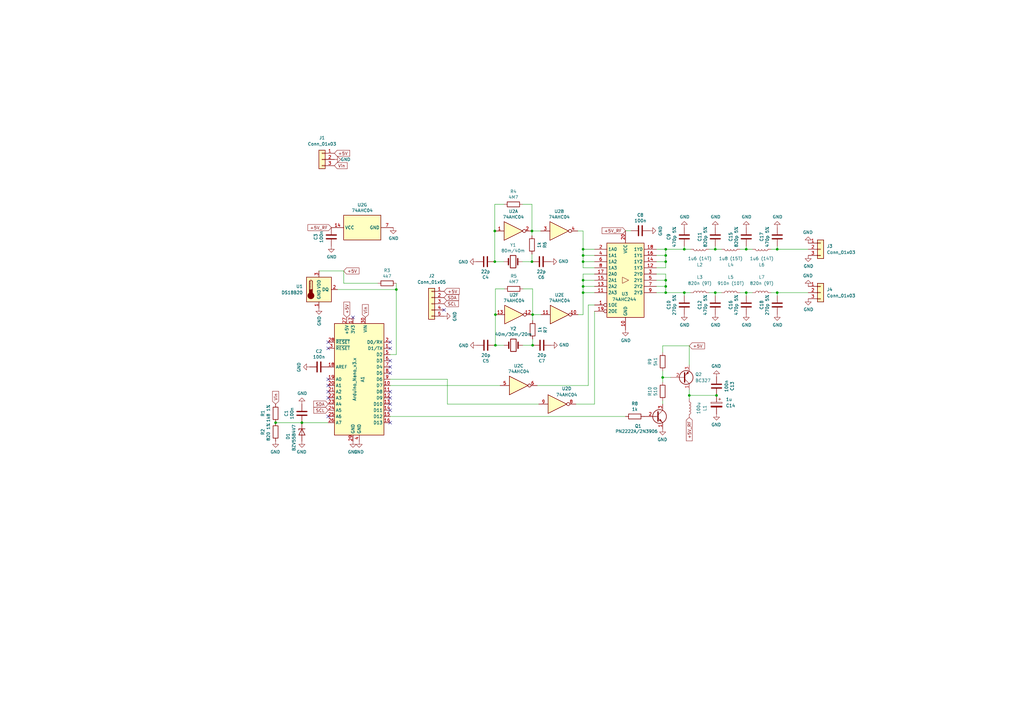
<source format=kicad_sch>
(kicad_sch (version 20230121) (generator eeschema)
  (paper "A3")
  (title_block (title "Маяк телеграфный автономный") (company "R2AKT") (comment 1 "R2AKT.464114.001") (comment 2 "R2AKT"))
  (lib_symbols
    (symbol "74xx:74AHC04"
      (property "Reference" "U" (at 0 1.27 0))
      (property "Value" "74AHC04" (at 0 -1.27 0))
      (symbol "74AHC04_1_0"
        (polyline (pts (xy -3.81 3.81) (xy -3.81 -3.81) (xy 3.81 0) (xy -3.81 3.81)) (stroke (width 0.254)) (fill (type background)))
        (pin input line (at -7.62 0 0) (length 3.81) (name "~") (number "1"))
        (pin output inverted (at 7.62 0 180) (length 3.81) (name "~") (number "2"))
      )
      (symbol "74AHC04_2_0"
        (polyline (pts (xy -3.81 3.81) (xy -3.81 -3.81) (xy 3.81 0) (xy -3.81 3.81)) (stroke (width 0.254)) (fill (type background)))
        (pin input line (at -7.62 0 0) (length 3.81) (name "~") (number "3"))
        (pin output inverted (at 7.62 0 180) (length 3.81) (name "~") (number "4"))
      )
      (symbol "74AHC04_3_0"
        (polyline (pts (xy -3.81 3.81) (xy -3.81 -3.81) (xy 3.81 0) (xy -3.81 3.81)) (stroke (width 0.254)) (fill (type background)))
        (pin input line (at -7.62 0 0) (length 3.81) (name "~") (number "5"))
        (pin output inverted (at 7.62 0 180) (length 3.81) (name "~") (number "6"))
      )
      (symbol "74AHC04_4_0"
        (polyline (pts (xy -3.81 3.81) (xy -3.81 -3.81) (xy 3.81 0) (xy -3.81 3.81)) (stroke (width 0.254)) (fill (type background)))
        (pin output inverted (at 7.62 0 180) (length 3.81) (name "~") (number "8"))
        (pin input line (at -7.62 0 0) (length 3.81) (name "~") (number "9"))
      )
      (symbol "74AHC04_5_0"
        (polyline (pts (xy -3.81 3.81) (xy -3.81 -3.81) (xy 3.81 0) (xy -3.81 3.81)) (stroke (width 0.254)) (fill (type background)))
        (pin output inverted (at 7.62 0 180) (length 3.81) (name "~") (number "10"))
        (pin input line (at -7.62 0 0) (length 3.81) (name "~") (number "11"))
      )
      (symbol "74AHC04_6_0"
        (polyline (pts (xy -3.81 3.81) (xy -3.81 -3.81) (xy 3.81 0) (xy -3.81 3.81)) (stroke (width 0.254)) (fill (type background)))
        (pin output inverted (at 7.62 0 180) (length 3.81) (name "~") (number "12"))
        (pin input line (at -7.62 0 0) (length 3.81) (name "~") (number "13"))
      )
      (symbol "74AHC04_7_0"
        (pin power_in line (at 0 12.7 270) (length 5.08) (name "VCC") (number "14"))
        (pin power_in line (at 0 -12.7 90) (length 5.08) (name "GND") (number "7"))
      )
      (symbol "74AHC04_7_1"
        (rectangle (start -5.08 7.62) (end 5.08 -7.62) (stroke (width 0.254)) (fill (type background)))
      )
    )
    (symbol "74xx:74AHC244"
      (property "Reference" "U" (at -7.62 16.51 0))
      (property "Value" "74AHC244" (at -7.62 -16.51 0))
      (symbol "74AHC244_1_0"
        (polyline (pts (xy 1.27 0) (xy -1.27 1.27) (xy -1.27 -1.27) (xy 1.27 0)) (stroke (width 0.1524)))
        (pin input inverted (at -12.7 -10.16 0) (length 5.08) (name "1OE") (number "1"))
        (pin power_in line (at 0 -20.32 90) (length 5.08) (name "GND") (number "10"))
        (pin input line (at -12.7 -5.08 0) (length 5.08) (name "2A3") (number "11"))
        (pin tri_state line (at 12.7 5.08 180) (length 5.08) (name "1Y3") (number "12"))
        (pin input line (at -12.7 -2.54 0) (length 5.08) (name "2A2") (number "13"))
        (pin tri_state line (at 12.7 7.62 180) (length 5.08) (name "1Y2") (number "14"))
        (pin input line (at -12.7 0 0) (length 5.08) (name "2A1") (number "15"))
        (pin tri_state line (at 12.7 10.16 180) (length 5.08) (name "1Y1") (number "16"))
        (pin input line (at -12.7 2.54 0) (length 5.08) (name "2A0") (number "17"))
        (pin tri_state line (at 12.7 12.7 180) (length 5.08) (name "1Y0") (number "18"))
        (pin input inverted (at -12.7 -12.7 0) (length 5.08) (name "2OE") (number "19"))
        (pin input line (at -12.7 12.7 0) (length 5.08) (name "1A0") (number "2"))
        (pin power_in line (at 0 20.32 270) (length 5.08) (name "VCC") (number "20"))
        (pin tri_state line (at 12.7 2.54 180) (length 5.08) (name "2Y0") (number "3"))
        (pin input line (at -12.7 10.16 0) (length 5.08) (name "1A1") (number "4"))
        (pin tri_state line (at 12.7 0 180) (length 5.08) (name "2Y1") (number "5"))
        (pin input line (at -12.7 7.62 0) (length 5.08) (name "1A2") (number "6"))
        (pin tri_state line (at 12.7 -2.54 180) (length 5.08) (name "2Y2") (number "7"))
        (pin input line (at -12.7 5.08 0) (length 5.08) (name "1A3") (number "8"))
        (pin tri_state line (at 12.7 -5.08 180) (length 5.08) (name "2Y3") (number "9"))
      )
      (symbol "74AHC244_1_1"
        (rectangle (start -7.62 15.24) (end 7.62 -15.24) (stroke (width 0.254)) (fill (type background)))
      )
    )
    (symbol "Connector_Generic:Conn_01x03" (pin_names (offset 1.016) hide)
      (property "Reference" "J" (at 0 5.08 0))
      (property "Value" "Conn_01x03" (at 0 -5.08 0))
      (symbol "Conn_01x03_1_1"
        (rectangle (start -1.27 -2.413) (end 0 -2.667) (stroke (width 0.1524)))
        (rectangle (start -1.27 0.127) (end 0 -0.127) (stroke (width 0.1524)))
        (rectangle (start -1.27 2.667) (end 0 2.413) (stroke (width 0.1524)))
        (rectangle (start -1.27 3.81) (end 1.27 -3.81) (stroke (width 0.254)) (fill (type background)))
        (pin passive line (at -5.08 2.54 0) (length 3.81) (name "Pin_1") (number "1"))
        (pin passive line (at -5.08 0 0) (length 3.81) (name "Pin_2") (number "2"))
        (pin passive line (at -5.08 -2.54 0) (length 3.81) (name "Pin_3") (number "3"))
      )
    )
    (symbol "Connector_Generic:Conn_01x05" (pin_names (offset 1.016) hide)
      (property "Reference" "J" (at 0 7.62 0))
      (property "Value" "Conn_01x05" (at 0 -7.62 0))
      (symbol "Conn_01x05_1_1"
        (rectangle (start -1.27 -4.953) (end 0 -5.207) (stroke (width 0.1524)))
        (rectangle (start -1.27 -2.413) (end 0 -2.667) (stroke (width 0.1524)))
        (rectangle (start -1.27 0.127) (end 0 -0.127) (stroke (width 0.1524)))
        (rectangle (start -1.27 2.667) (end 0 2.413) (stroke (width 0.1524)))
        (rectangle (start -1.27 5.207) (end 0 4.953) (stroke (width 0.1524)))
        (rectangle (start -1.27 6.35) (end 1.27 -6.35) (stroke (width 0.254)) (fill (type background)))
        (pin passive line (at -5.08 5.08 0) (length 3.81) (name "Pin_1") (number "1"))
        (pin passive line (at -5.08 2.54 0) (length 3.81) (name "Pin_2") (number "2"))
        (pin passive line (at -5.08 0 0) (length 3.81) (name "Pin_3") (number "3"))
        (pin passive line (at -5.08 -2.54 0) (length 3.81) (name "Pin_4") (number "4"))
        (pin passive line (at -5.08 -5.08 0) (length 3.81) (name "Pin_5") (number "5"))
      )
    )
    (symbol "Device:C" (pin_numbers hide) (pin_names (offset 0.254))
      (property "Reference" "C" (at 0.635 2.54 0))
      (property "Value" "C" (at 0.635 -2.54 0))
      (symbol "C_0_1"
        (polyline (pts (xy -2.032 -0.762) (xy 2.032 -0.762)) (stroke (width 0.508)))
        (polyline (pts (xy -2.032 0.762) (xy 2.032 0.762)) (stroke (width 0.508)))
      )
      (symbol "C_1_1"
        (pin passive line (at 0 3.81 270) (length 2.794) (name "~") (number "1"))
        (pin passive line (at 0 -3.81 90) (length 2.794) (name "~") (number "2"))
      )
    )
    (symbol "Device:C_Polarized" (pin_numbers hide) (pin_names (offset 0.254))
      (property "Reference" "C" (at 0.635 2.54 0))
      (property "Value" "C_Polarized" (at 0.635 -2.54 0))
      (symbol "C_Polarized_0_1"
        (rectangle (start -2.286 0.508) (end 2.286 1.016))
        (polyline (pts (xy -1.778 2.286) (xy -0.762 2.286)))
        (polyline (pts (xy -1.27 2.794) (xy -1.27 1.778)))
        (rectangle (start 2.286 -0.508) (end -2.286 -1.016) (fill (type outline)))
      )
      (symbol "C_Polarized_1_1"
        (pin passive line (at 0 3.81 270) (length 2.794) (name "~") (number "1"))
        (pin passive line (at 0 -3.81 90) (length 2.794) (name "~") (number "2"))
      )
    )
    (symbol "Device:Crystal" (pin_numbers hide) (pin_names (offset 1.016) hide)
      (property "Reference" "Y" (at 0 3.81 0))
      (property "Value" "Crystal" (at 0 -3.81 0))
      (symbol "Crystal_0_1"
        (rectangle (start -1.143 2.54) (end 1.143 -2.54) (stroke (width 0.3048)))
        (polyline (pts (xy -2.54 0) (xy -1.905 0)))
        (polyline (pts (xy -1.905 -1.27) (xy -1.905 1.27)) (stroke (width 0.508)))
        (polyline (pts (xy 1.905 -1.27) (xy 1.905 1.27)) (stroke (width 0.508)))
        (polyline (pts (xy 2.54 0) (xy 1.905 0)))
      )
      (symbol "Crystal_1_1"
        (pin passive line (at -3.81 0 0) (length 1.27) (name "1") (number "1"))
        (pin passive line (at 3.81 0 180) (length 1.27) (name "2") (number "2"))
      )
    )
    (symbol "Device:L" (pin_numbers hide) (pin_names (offset 1.016) hide)
      (property "Reference" "L" (at -1.27 0 90))
      (property "Value" "L" (at 1.905 0 90))
      (symbol "L_0_1"
        (arc (start 0 -2.54) (mid 0.6323 -1.905) (end 0 -1.27))
        (arc (start 0 -1.27) (mid 0.6323 -0.635) (end 0 0))
        (arc (start 0 0) (mid 0.6323 0.635) (end 0 1.27))
        (arc (start 0 1.27) (mid 0.6323 1.905) (end 0 2.54))
      )
      (symbol "L_1_1"
        (pin passive line (at 0 3.81 270) (length 1.27) (name "1") (number "1"))
        (pin passive line (at 0 -3.81 90) (length 1.27) (name "2") (number "2"))
      )
    )
    (symbol "Device:R" (pin_numbers hide) (pin_names (offset 0))
      (property "Reference" "R" (at 2.032 0 90))
      (property "Value" "R" (at 0 0 90))
      (symbol "R_0_1"
        (rectangle (start -1.016 -2.54) (end 1.016 2.54) (stroke (width 0.254)))
      )
      (symbol "R_1_1"
        (pin passive line (at 0 3.81 270) (length 1.27) (name "~") (number "1"))
        (pin passive line (at 0 -3.81 90) (length 1.27) (name "~") (number "2"))
      )
    )
    (symbol "Diode:BZV55B4V7" (pin_numbers hide) (pin_names hide)
      (property "Reference" "D" (at 0 2.54 0))
      (property "Value" "BZV55B4V7" (at 0 -2.54 0))
      (symbol "BZV55B4V7_0_1"
        (polyline (pts (xy 1.27 0) (xy -1.27 0)))
        (polyline (pts (xy -1.27 -1.27) (xy -1.27 1.27) (xy -0.762 1.27)) (stroke (width 0.254)))
        (polyline (pts (xy 1.27 -1.27) (xy 1.27 1.27) (xy -1.27 0) (xy 1.27 -1.27)) (stroke (width 0.254)))
      )
      (symbol "BZV55B4V7_1_1"
        (pin passive line (at -3.81 0 0) (length 2.54) (name "K") (number "1"))
        (pin passive line (at 3.81 0 180) (length 2.54) (name "A") (number "2"))
      )
    )
    (symbol "MCU_Module:Arduino_Nano_v3.x"
      (property "Reference" "A" (at -10.16 23.495 0))
      (property "Value" "Arduino_Nano_v3.x" (at 5.08 -24.13 0))
      (symbol "Arduino_Nano_v3.x_0_1"
        (rectangle (start -10.16 22.86) (end 10.16 -22.86) (stroke (width 0.254)) (fill (type background)))
      )
      (symbol "Arduino_Nano_v3.x_1_1"
        (pin bidirectional line (at -12.7 12.7 0) (length 2.54) (name "D1/TX") (number "1"))
        (pin bidirectional line (at -12.7 -2.54 0) (length 2.54) (name "D7") (number "10"))
        (pin bidirectional line (at -12.7 -5.08 0) (length 2.54) (name "D8") (number "11"))
        (pin bidirectional line (at -12.7 -7.62 0) (length 2.54) (name "D9") (number "12"))
        (pin bidirectional line (at -12.7 -10.16 0) (length 2.54) (name "D10") (number "13"))
        (pin bidirectional line (at -12.7 -12.7 0) (length 2.54) (name "D11") (number "14"))
        (pin bidirectional line (at -12.7 -15.24 0) (length 2.54) (name "D12") (number "15"))
        (pin bidirectional line (at -12.7 -17.78 0) (length 2.54) (name "D13") (number "16"))
        (pin power_out line (at 2.54 25.4 270) (length 2.54) (name "3V3") (number "17"))
        (pin input line (at 12.7 5.08 180) (length 2.54) (name "AREF") (number "18"))
        (pin bidirectional line (at 12.7 0 180) (length 2.54) (name "A0") (number "19"))
        (pin bidirectional line (at -12.7 15.24 0) (length 2.54) (name "D0/RX") (number "2"))
        (pin bidirectional line (at 12.7 -2.54 180) (length 2.54) (name "A1") (number "20"))
        (pin bidirectional line (at 12.7 -5.08 180) (length 2.54) (name "A2") (number "21"))
        (pin bidirectional line (at 12.7 -7.62 180) (length 2.54) (name "A3") (number "22"))
        (pin bidirectional line (at 12.7 -10.16 180) (length 2.54) (name "A4") (number "23"))
        (pin bidirectional line (at 12.7 -12.7 180) (length 2.54) (name "A5") (number "24"))
        (pin bidirectional line (at 12.7 -15.24 180) (length 2.54) (name "A6") (number "25"))
        (pin bidirectional line (at 12.7 -17.78 180) (length 2.54) (name "A7") (number "26"))
        (pin power_out line (at 5.08 25.4 270) (length 2.54) (name "+5V") (number "27"))
        (pin input line (at 12.7 15.24 180) (length 2.54) (name "~{RESET}") (number "28"))
        (pin power_in line (at 2.54 -25.4 90) (length 2.54) (name "GND") (number "29"))
        (pin input line (at 12.7 12.7 180) (length 2.54) (name "~{RESET}") (number "3"))
        (pin power_in line (at -2.54 25.4 270) (length 2.54) (name "VIN") (number "30"))
        (pin power_in line (at 0 -25.4 90) (length 2.54) (name "GND") (number "4"))
        (pin bidirectional line (at -12.7 10.16 0) (length 2.54) (name "D2") (number "5"))
        (pin bidirectional line (at -12.7 7.62 0) (length 2.54) (name "D3") (number "6"))
        (pin bidirectional line (at -12.7 5.08 0) (length 2.54) (name "D4") (number "7"))
        (pin bidirectional line (at -12.7 2.54 0) (length 2.54) (name "D5") (number "8"))
        (pin bidirectional line (at -12.7 0 0) (length 2.54) (name "D6") (number "9"))
      )
    )
    (symbol "Sensor_Temperature:DS18B20" (pin_names (offset 1.016))
      (property "Reference" "U" (at -3.81 6.35 0))
      (property "Value" "DS18B20" (at 6.35 6.35 0))
      (symbol "DS18B20_0_1"
        (rectangle (start -5.08 5.08) (end 5.08 -5.08) (stroke (width 0.254)) (fill (type background)))
        (circle (center -3.302 -2.54) (radius 1.27) (stroke (width 0.254)) (fill (type outline)))
        (rectangle (start -2.667 -1.905) (end -3.937 0) (stroke (width 0.254)) (fill (type outline)))
        (arc (start -2.667 3.175) (mid -3.302 3.8073) (end -3.937 3.175) (stroke (width 0.254)))
        (polyline (pts (xy -3.937 0.635) (xy -3.302 0.635)) (stroke (width 0.254)))
        (polyline (pts (xy -3.937 1.27) (xy -3.302 1.27)) (stroke (width 0.254)))
        (polyline (pts (xy -3.937 1.905) (xy -3.302 1.905)) (stroke (width 0.254)))
        (polyline (pts (xy -3.937 2.54) (xy -3.302 2.54)) (stroke (width 0.254)))
        (polyline (pts (xy -3.937 3.175) (xy -3.937 0)) (stroke (width 0.254)))
        (polyline (pts (xy -3.937 3.175) (xy -3.302 3.175)) (stroke (width 0.254)))
        (polyline (pts (xy -2.667 3.175) (xy -2.667 0)) (stroke (width 0.254)))
      )
      (symbol "DS18B20_1_1"
        (pin power_in line (at 0 -7.62 90) (length 2.54) (name "GND") (number "1"))
        (pin bidirectional line (at 7.62 0 180) (length 2.54) (name "DQ") (number "2"))
        (pin power_in line (at 0 7.62 270) (length 2.54) (name "VDD") (number "3"))
      )
    )
    (symbol "Transistor_BJT:BC327" (pin_names (offset 0) hide)
      (property "Reference" "Q" (at 5.08 1.905 0))
      (property "Value" "BC327" (at 5.08 0 0))
      (symbol "BC327_0_1"
        (polyline (pts (xy 0.635 0.635) (xy 2.54 2.54)))
        (polyline (pts (xy 0.635 -0.635) (xy 2.54 -2.54) (xy 2.54 -2.54)))
        (polyline (pts (xy 0.635 1.905) (xy 0.635 -1.905) (xy 0.635 -1.905)) (stroke (width 0.508)))
        (polyline (pts (xy 2.286 -1.778) (xy 1.778 -2.286) (xy 1.27 -1.27) (xy 2.286 -1.778) (xy 2.286 -1.778)) (fill (type outline)))
        (circle (center 1.27 0) (radius 2.8194) (stroke (width 0.254)))
      )
      (symbol "BC327_1_1"
        (pin passive line (at 2.54 5.08 270) (length 2.54) (name "C") (number "1"))
        (pin input line (at -5.08 0 0) (length 5.715) (name "B") (number "2"))
        (pin passive line (at 2.54 -5.08 90) (length 2.54) (name "E") (number "3"))
      )
    )
    (symbol "Transistor_BJT:PN2222A" (pin_names (offset 0) hide)
      (property "Reference" "Q" (at 5.08 1.905 0))
      (property "Value" "PN2222A" (at 5.08 0 0))
      (symbol "PN2222A_0_1"
        (polyline (pts (xy 0 0) (xy 0.635 0)))
        (polyline (pts (xy 2.54 -2.54) (xy 0.635 -0.635)))
        (polyline (pts (xy 2.54 2.54) (xy 0.635 0.635)))
        (polyline (pts (xy 0.635 1.905) (xy 0.635 -1.905) (xy 0.635 -1.905)) (stroke (width 0.508)))
        (polyline (pts (xy 2.413 -2.413) (xy 1.905 -1.905) (xy 1.905 -1.905)))
        (polyline (pts (xy 1.143 -1.651) (xy 1.651 -1.143) (xy 2.159 -2.159) (xy 1.143 -1.651) (xy 1.143 -1.651)) (fill (type outline)))
        (circle (center 1.27 0) (radius 2.8194) (stroke (width 0.254)))
      )
      (symbol "PN2222A_1_1"
        (pin passive line (at 2.54 -5.08 90) (length 2.54) (name "E") (number "1"))
        (pin input line (at -5.08 0 0) (length 5.08) (name "B") (number "2"))
        (pin passive line (at 2.54 5.08 270) (length 2.54) (name "C") (number "3"))
      )
    )
    (symbol "power:GND" (power) (pin_names (offset 0))
      (property "Value" "GND" (at 0 -3.81 0))
      (symbol "GND_0_1"
        (polyline (pts (xy 0 0) (xy 0 -1.27) (xy 1.27 -1.27) (xy 0 -2.54) (xy -1.27 -1.27) (xy 0 -1.27)))
      )
      (symbol "GND_1_1"
        (pin power_in line (at 0 0 270) (length 0) hide (name "GND") (number "1"))
      )
    )
  )
  (junction (at 318.77 120.015))
  (junction (at 280.67 120.015))
  (junction (at 273.05 117.475))
  (junction (at 273.05 104.775))
  (junction (at 273.05 102.235))
  (junction (at 318.77 102.235))
  (junction (at 203.2 129.032))
  (junction (at 218.186 107.315))
  (junction (at 218.44 141.605))
  (junction (at 306.07 120.015))
  (junction (at 273.05 114.935))
  (junction (at 282.702 162.179))
  (junction (at 203.2 141.605))
  (junction (at 271.78 154.813))
  (junction (at 273.05 120.015))
  (junction (at 273.05 107.315))
  (junction (at 280.67 102.235))
  (junction (at 218.186 94.742))
  (junction (at 239.141 120.015))
  (junction (at 239.141 102.235))
  (junction (at 239.141 104.775))
  (junction (at 306.07 102.235))
  (junction (at 162.56 118.745))
  (junction (at 123.825 173.355))
  (junction (at 293.37 120.015))
  (junction (at 202.946 107.315))
  (junction (at 239.141 117.475))
  (junction (at 218.44 129.032))
  (junction (at 293.878 162.179))
  (junction (at 239.141 114.935))
  (junction (at 293.37 102.235))
  (junction (at 239.141 107.315))
  (junction (at 113.03 173.355))
  (junction (at 202.946 94.742))
  (no_connect (at 134.62 155.575))
  (no_connect (at 160.02 160.655))
  (no_connect (at 160.02 163.195))
  (no_connect (at 160.02 165.735))
  (no_connect (at 160.02 168.275))
  (no_connect (at 160.02 173.355))
  (no_connect (at 134.62 142.875))
  (no_connect (at 134.62 158.115))
  (no_connect (at 134.62 160.655))
  (no_connect (at 134.62 163.195))
  (no_connect (at 134.62 170.815))
  (no_connect (at 134.62 140.335))
  (no_connect (at 160.02 140.335))
  (no_connect (at 160.02 142.875))
  (no_connect (at 160.02 147.955))
  (no_connect (at 160.02 150.495))
  (no_connect (at 160.02 153.035))
  (no_connect (at 144.78 130.175))
  (no_connect (at 182.118 127.127))
  (wire (pts (xy 236.22 165.735) (xy 243.84 165.735)))
  (wire (pts (xy 239.141 104.775) (xy 239.141 107.315)))
  (wire (pts (xy 273.05 102.235) (xy 280.67 102.235)))
  (wire (pts (xy 160.02 170.815) (xy 256.54 170.815)))
  (wire (pts (xy 318.77 102.235) (xy 331.47 102.235)))
  (wire (pts (xy 275.082 154.813) (xy 271.78 154.813)))
  (wire (pts (xy 303.53 102.235) (xy 306.07 102.235)))
  (wire (pts (xy 273.05 107.315) (xy 273.05 109.855)))
  (wire (pts (xy 303.53 120.015) (xy 306.07 120.015)))
  (wire (pts (xy 243.84 104.775) (xy 239.141 104.775)))
  (wire (pts (xy 239.141 102.235) (xy 239.141 104.775)))
  (wire (pts (xy 218.186 104.267) (xy 218.186 107.315)))
  (wire (pts (xy 243.84 112.395) (xy 239.141 112.395)))
  (wire (pts (xy 316.23 120.015) (xy 318.77 120.015)))
  (wire (pts (xy 273.05 102.235) (xy 273.05 104.775)))
  (wire (pts (xy 239.141 117.475) (xy 239.141 120.015)))
  (wire (pts (xy 273.05 120.015) (xy 269.24 120.015)))
  (wire (pts (xy 203.2 129.032) (xy 203.2 118.491)))
  (wire (pts (xy 282.702 159.893) (xy 282.702 162.179)))
  (wire (pts (xy 140.97 116.205) (xy 154.94 116.205)))
  (wire (pts (xy 202.946 83.82) (xy 202.946 94.742)))
  (wire (pts (xy 269.24 114.935) (xy 273.05 114.935)))
  (wire (pts (xy 239.141 94.742) (xy 239.141 102.235)))
  (wire (pts (xy 239.141 107.315) (xy 239.141 109.855)))
  (wire (pts (xy 130.81 111.125) (xy 140.97 111.125)))
  (wire (pts (xy 306.07 120.015) (xy 308.61 120.015)))
  (wire (pts (xy 243.84 107.315) (xy 239.141 107.315)))
  (wire (pts (xy 218.186 94.742) (xy 218.186 96.647)))
  (wire (pts (xy 243.84 102.235) (xy 239.141 102.235)))
  (wire (pts (xy 293.37 102.235) (xy 295.91 102.235)))
  (wire (pts (xy 273.05 120.015) (xy 280.67 120.015)))
  (wire (pts (xy 123.825 173.355) (xy 134.62 173.355)))
  (wire (pts (xy 269.24 112.395) (xy 273.05 112.395)))
  (wire (pts (xy 113.03 173.355) (xy 123.825 173.355)))
  (wire (pts (xy 239.141 114.935) (xy 239.141 117.475)))
  (wire (pts (xy 293.37 120.015) (xy 295.91 120.015)))
  (wire (pts (xy 269.24 117.475) (xy 273.05 117.475)))
  (wire (pts (xy 306.07 120.015) (xy 306.07 121.285)))
  (wire (pts (xy 243.84 125.095) (xy 241.3 125.095)))
  (wire (pts (xy 202.946 94.742) (xy 202.946 107.315)))
  (wire (pts (xy 282.702 162.179) (xy 282.702 163.576)))
  (wire (pts (xy 269.24 104.775) (xy 273.05 104.775)))
  (wire (pts (xy 316.23 102.235) (xy 318.77 102.235)))
  (wire (pts (xy 290.83 120.015) (xy 293.37 120.015)))
  (wire (pts (xy 160.02 158.115) (xy 205.105 158.115)))
  (wire (pts (xy 280.67 121.285) (xy 280.67 120.015)))
  (wire (pts (xy 282.702 162.179) (xy 293.878 162.179)))
  (wire (pts (xy 214.249 107.315) (xy 218.186 107.315)))
  (wire (pts (xy 236.982 94.742) (xy 239.141 94.742)))
  (wire (pts (xy 218.44 129.032) (xy 218.44 131.445)))
  (wire (pts (xy 271.78 141.859) (xy 282.702 141.859)))
  (wire (pts (xy 243.84 117.475) (xy 239.141 117.475)))
  (wire (pts (xy 218.44 118.491) (xy 218.44 129.032)))
  (wire (pts (xy 214.376 141.605) (xy 218.44 141.605)))
  (wire (pts (xy 271.78 152.146) (xy 271.78 154.813)))
  (wire (pts (xy 203.2 129.032) (xy 203.2 141.605)))
  (wire (pts (xy 140.97 111.125) (xy 140.97 116.205)))
  (wire (pts (xy 160.02 155.575) (xy 183.515 155.575)))
  (wire (pts (xy 290.83 102.235) (xy 293.37 102.235)))
  (wire (pts (xy 243.84 114.935) (xy 239.141 114.935)))
  (wire (pts (xy 214.376 83.82) (xy 218.186 83.82)))
  (wire (pts (xy 203.2 141.605) (xy 203.073 141.605)))
  (wire (pts (xy 218.186 94.742) (xy 221.742 94.742)))
  (wire (pts (xy 218.186 83.82) (xy 218.186 94.742)))
  (wire (pts (xy 214.503 118.491) (xy 218.44 118.491)))
  (wire (pts (xy 280.67 102.235) (xy 283.21 102.235)))
  (wire (pts (xy 271.78 154.813) (xy 271.78 156.718)))
  (wire (pts (xy 273.05 117.475) (xy 273.05 120.015)))
  (wire (pts (xy 218.44 139.065) (xy 218.44 141.605)))
  (wire (pts (xy 282.702 149.733) (xy 282.702 141.859)))
  (wire (pts (xy 183.515 155.575) (xy 183.515 165.735)))
  (wire (pts (xy 160.02 145.415) (xy 162.56 145.415)))
  (wire (pts (xy 241.3 125.095) (xy 241.3 158.115)))
  (wire (pts (xy 306.07 102.235) (xy 306.07 100.965)))
  (wire (pts (xy 271.78 164.338) (xy 271.78 165.735)))
  (wire (pts (xy 206.756 83.82) (xy 202.946 83.82)))
  (wire (pts (xy 220.98 165.735) (xy 183.515 165.735)))
  (wire (pts (xy 273.05 114.935) (xy 273.05 117.475)))
  (wire (pts (xy 138.43 118.745) (xy 162.56 118.745)))
  (wire (pts (xy 318.77 120.015) (xy 318.77 121.285)))
  (wire (pts (xy 206.756 141.605) (xy 203.2 141.605)))
  (wire (pts (xy 293.37 102.235) (xy 293.37 100.965)))
  (wire (pts (xy 243.84 165.735) (xy 243.84 127.635)))
  (wire (pts (xy 218.44 129.032) (xy 221.869 129.032)))
  (wire (pts (xy 220.345 158.115) (xy 241.3 158.115)))
  (wire (pts (xy 318.77 102.235) (xy 318.77 100.965)))
  (wire (pts (xy 271.78 144.526) (xy 271.78 141.859)))
  (wire (pts (xy 318.77 120.015) (xy 331.47 120.015)))
  (wire (pts (xy 269.24 102.235) (xy 273.05 102.235)))
  (wire (pts (xy 162.56 116.205) (xy 162.56 118.745)))
  (wire (pts (xy 273.05 112.395) (xy 273.05 114.935)))
  (wire (pts (xy 258.826 94.615) (xy 256.54 94.615)))
  (wire (pts (xy 237.109 129.032) (xy 239.141 129.032)))
  (wire (pts (xy 239.141 120.015) (xy 243.84 120.015)))
  (wire (pts (xy 239.141 112.395) (xy 239.141 114.935)))
  (wire (pts (xy 273.05 104.775) (xy 273.05 107.315)))
  (wire (pts (xy 273.05 109.855) (xy 269.24 109.855)))
  (wire (pts (xy 269.24 107.315) (xy 273.05 107.315)))
  (wire (pts (xy 280.67 100.965) (xy 280.67 102.235)))
  (wire (pts (xy 239.141 109.855) (xy 243.84 109.855)))
  (wire (pts (xy 293.37 120.015) (xy 293.37 121.285)))
  (wire (pts (xy 239.141 129.032) (xy 239.141 120.015)))
  (wire (pts (xy 206.883 118.491) (xy 203.2 118.491)))
  (wire (pts (xy 280.67 120.015) (xy 283.21 120.015)))
  (wire (pts (xy 202.946 107.315) (xy 206.629 107.315)))
  (wire (pts (xy 306.07 102.235) (xy 308.61 102.235)))
  (wire (pts (xy 162.56 118.745) (xy 162.56 145.415)))
  (global_label "+5V_RF" (shape input) (at 135.89 93.345 180) (property "Intersheetrefs" "${INTERSHEET_REFS}" (effects hide)))
  (global_label "SDA" (shape input) (at 182.118 122.047 0) (property "Intersheetrefs" "${INTERSHEET_REFS}" (effects hide)))
  (global_label "+5V_RF" (shape input) (at 282.702 171.196 270) (property "Intersheetrefs" "${INTERSHEET_REFS}" (effects hide)))
  (global_label "SDA" (shape input) (at 134.62 165.735 180) (property "Intersheetrefs" "${INTERSHEET_REFS}" (effects hide)))
  (global_label "Vin" (shape input) (at 137.16 67.945 0) (property "Intersheetrefs" "${INTERSHEET_REFS}" (effects hide)))
  (global_label "+5V" (shape input) (at 182.118 119.507 0) (property "Intersheetrefs" "${INTERSHEET_REFS}" (effects hide)))
  (global_label "+5V" (shape input) (at 140.97 111.125 0) (property "Intersheetrefs" "${INTERSHEET_REFS}" (effects hide)))
  (global_label "+5V_RF" (shape input) (at 256.54 94.615 180) (property "Intersheetrefs" "${INTERSHEET_REFS}" (effects hide)))
  (global_label "SCL" (shape input) (at 182.118 124.587 0) (property "Intersheetrefs" "${INTERSHEET_REFS}" (effects hide)))
  (global_label "+5V" (shape input) (at 142.24 130.175 90) (property "Intersheetrefs" "${INTERSHEET_REFS}" (effects hide)))
  (global_label "+5V" (shape input) (at 137.16 62.865 0) (property "Intersheetrefs" "${INTERSHEET_REFS}" (effects hide)))
  (global_label "Vin" (shape input) (at 149.86 130.175 90) (property "Intersheetrefs" "${INTERSHEET_REFS}" (effects hide)))
  (global_label "Vin" (shape input) (at 113.03 165.735 90) (property "Intersheetrefs" "${INTERSHEET_REFS}" (effects hide)))
  (global_label "SCL" (shape input) (at 134.62 168.275 180) (property "Intersheetrefs" "${INTERSHEET_REFS}" (effects hide)))
  (global_label "+5V" (shape input) (at 282.702 141.859 0) (property "Intersheetrefs" "${INTERSHEET_REFS}" (effects hide)))
  (symbol (lib_id "74xx:74AHC04") (at 210.566 94.742 0) (unit 1)
    (property "Reference" "U2" (at 210.566 86.6902 0))
    (property "Value" "74AHC04" (at 210.566 89.0016 0))
    (property "Footprint" "Package_SO:SOIC-14_3.9x8.7mm_P1.27mm" (effects hide))
    (property "Datasheet" "https://assets.nexperia.com/documents/data-sheet/74AHC_AHCT04.pdf" (effects hide))
  )
  (symbol (lib_id "74xx:74AHC04") (at 229.362 94.742 0) (unit 2)
    (property "Reference" "U2" (at 229.362 86.6902 0))
    (property "Value" "74AHC04" (at 229.362 89.0016 0))
    (property "Footprint" "Package_SO:SOIC-14_3.9x8.7mm_P1.27mm" (effects hide))
    (property "Datasheet" "https://assets.nexperia.com/documents/data-sheet/74AHC_AHCT04.pdf" (effects hide))
  )
  (symbol (lib_id "74xx:74AHC04") (at 212.725 158.115 0) (unit 3)
    (property "Reference" "U2" (at 212.725 150.0632 0))
    (property "Value" "74AHC04" (at 212.725 152.3746 0))
    (property "Footprint" "Package_SO:SOIC-14_3.9x8.7mm_P1.27mm" (effects hide))
    (property "Datasheet" "https://assets.nexperia.com/documents/data-sheet/74AHC_AHCT04.pdf" (effects hide))
  )
  (symbol (lib_id "74xx:74AHC04") (at 228.6 165.735 0) (unit 4)
    (property "Reference" "U2" (at 232.41 159.385 0))
    (property "Value" "74AHC04" (at 232.41 161.925 0))
    (property "Footprint" "Package_SO:SOIC-14_3.9x8.7mm_P1.27mm" (effects hide))
    (property "Datasheet" "https://assets.nexperia.com/documents/data-sheet/74AHC_AHCT04.pdf" (effects hide))
  )
  (symbol (lib_id "74xx:74AHC244") (at 256.54 114.935 0) (unit 1)
    (property "Reference" "U3" (at 256.286 120.523 0))
    (property "Value" "74AHC244" (at 256.032 122.809 0))
    (property "Footprint" "Package_SO:SO-20_12.8x7.5mm_P1.27mm" (effects hide))
    (property "Datasheet" "https://assets.nexperia.com/documents/data-sheet/74AHC_AHCT244.pdf" (effects hide))
  )
  (symbol (lib_id "power:GND") (at 256.54 135.255 0) (unit 1)
    (property "Reference" "#PWR016" (effects hide))
    (property "Value" "GND" (at 256.667 139.6492 0))
  )
  (symbol (lib_id "MCU_Module:Arduino_Nano_v3.x") (at 147.32 155.575 0) (mirror y) (unit 1)
    (property "Reference" "A1" (at 148.717 155.575 90))
    (property "Value" "Arduino_Nano_v3.x" (at 145.415 155.575 90))
    (property "Footprint" "Module:Arduino_Nano" (effects hide))
    (property "Datasheet" "http://www.mouser.com/pdfdocs/Gravitech_Arduino_Nano3_0.pdf" (effects hide))
  )
  (symbol (lib_id "power:GND") (at 147.32 180.975 0) (mirror y) (unit 1)
    (property "Reference" "#PWR09" (effects hide))
    (property "Value" "GND" (at 147.193 185.3692 0))
  )
  (symbol (lib_id "power:GND") (at 144.78 180.975 0) (mirror y) (unit 1)
    (property "Reference" "#PWR08" (effects hide))
    (property "Value" "GND" (at 144.653 185.3692 0))
  )
  (symbol (lib_id "Device:Crystal") (at 210.566 141.605 0) (mirror x) (unit 1)
    (property "Reference" "Y2" (at 210.566 134.7978 0))
    (property "Value" "40m/30m/20m" (at 210.566 137.1092 0))
    (property "Footprint" "Crystal:Crystal_HC49-U_Vertical" (effects hide))
  )
  (symbol (lib_id "Device:R") (at 210.566 83.82 270) (unit 1)
    (property "Reference" "R4" (at 210.566 78.5622 90))
    (property "Value" "4M7" (at 210.566 80.8736 90))
    (property "Footprint" "Resistor_SMD:R_0805_2012Metric_Pad1.20x1.40mm_HandSolder" (effects hide))
  )
  (symbol (lib_id "Device:Crystal") (at 210.439 107.315 0) (mirror x) (unit 1)
    (property "Reference" "Y1" (at 210.439 100.5078 0))
    (property "Value" "80m/40m" (at 210.439 102.8192 0))
    (property "Footprint" "Crystal:Crystal_HC49-U_Vertical" (effects hide))
  )
  (symbol (lib_id "power:GND") (at 195.326 107.315 270) (unit 1)
    (property "Reference" "#PWR012" (effects hide))
    (property "Value" "GND" (at 192.0748 107.442 90) (effects (justify right)))
  )
  (symbol (lib_id "power:GND") (at 195.453 141.605 270) (unit 1)
    (property "Reference" "#PWR013" (effects hide))
    (property "Value" "GND" (at 192.2018 141.732 90) (effects (justify right)))
  )
  (symbol (lib_id "power:GND") (at 226.06 141.605 90) (unit 1)
    (property "Reference" "#PWR015" (effects hide))
    (property "Value" "GND" (at 229.3112 141.478 90) (effects (justify right)))
  )
  (symbol (lib_id "power:GND") (at 225.806 107.315 90) (unit 1)
    (property "Reference" "#PWR014" (effects hide))
    (property "Value" "GND" (at 229.0572 107.188 90) (effects (justify right)))
  )
  (symbol (lib_id "Device:C") (at 222.25 141.605 90) (unit 1)
    (property "Reference" "C7" (at 222.25 148.0058 90))
    (property "Value" "20p" (at 222.25 145.6944 90))
    (property "Footprint" "Capacitor_SMD:C_0805_2012Metric_Pad1.18x1.45mm_HandSolder" (effects hide))
  )
  (symbol (lib_id "Device:C") (at 199.263 141.605 90) (unit 1)
    (property "Reference" "C5" (at 199.263 148.0058 90))
    (property "Value" "20p" (at 199.263 145.6944 90))
    (property "Footprint" "Capacitor_SMD:C_0805_2012Metric_Pad1.18x1.45mm_HandSolder" (effects hide))
  )
  (symbol (lib_id "Device:C") (at 199.136 107.315 90) (unit 1)
    (property "Reference" "C4" (at 199.136 113.7158 90))
    (property "Value" "22p" (at 199.136 111.4044 90))
    (property "Footprint" "Capacitor_SMD:C_0805_2012Metric_Pad1.18x1.45mm_HandSolder" (effects hide))
  )
  (symbol (lib_id "Device:C") (at 221.996 107.315 90) (unit 1)
    (property "Reference" "C6" (at 221.996 113.7158 90))
    (property "Value" "22p" (at 221.996 111.4044 90))
    (property "Footprint" "Capacitor_SMD:C_0805_2012Metric_Pad1.18x1.45mm_HandSolder" (effects hide))
  )
  (symbol (lib_id "Device:R") (at 210.693 118.491 270) (unit 1)
    (property "Reference" "R5" (at 210.693 113.2332 90))
    (property "Value" "4M7" (at 210.693 115.5446 90))
    (property "Footprint" "Resistor_SMD:R_0805_2012Metric_Pad1.20x1.40mm_HandSolder" (effects hide))
  )
  (symbol (lib_id "74xx:74AHC04") (at 148.59 93.345 90) (mirror x) (unit 7)
    (property "Reference" "U2" (at 148.59 84.0232 90))
    (property "Value" "74AHC04" (at 148.59 86.3346 90))
    (property "Footprint" "Package_SO:SOIC-14_3.9x8.7mm_P1.27mm" (effects hide))
    (property "Datasheet" "https://assets.nexperia.com/documents/data-sheet/74AHC_AHCT04.pdf" (effects hide))
  )
  (symbol (lib_id "power:GND") (at 161.29 93.345 0) (unit 1)
    (property "Reference" "#PWR010" (effects hide))
    (property "Value" "GND" (at 161.417 97.7392 0))
  )
  (symbol (lib_id "74xx:74AHC04") (at 229.489 129.032 0) (unit 5)
    (property "Reference" "U2" (at 229.489 120.9802 0))
    (property "Value" "74AHC04" (at 229.489 123.2916 0))
    (property "Footprint" "Package_SO:SOIC-14_3.9x8.7mm_P1.27mm" (effects hide))
    (property "Datasheet" "https://assets.nexperia.com/documents/data-sheet/74AHC_AHCT04.pdf" (effects hide))
  )
  (symbol (lib_id "74xx:74AHC04") (at 210.82 129.032 0) (unit 6)
    (property "Reference" "U2" (at 210.82 120.9802 0))
    (property "Value" "74AHC04" (at 210.82 123.2916 0))
    (property "Footprint" "Package_SO:SOIC-14_3.9x8.7mm_P1.27mm" (effects hide))
    (property "Datasheet" "https://assets.nexperia.com/documents/data-sheet/74AHC_AHCT04.pdf" (effects hide))
  )
  (symbol (lib_id "Device:R") (at 113.03 177.165 0) (unit 1)
    (property "Reference" "R2" (at 107.7722 177.165 90))
    (property "Value" "820 1%" (at 110.0836 177.165 90))
    (property "Footprint" "Resistor_SMD:R_0805_2012Metric_Pad1.20x1.40mm_HandSolder" (effects hide))
  )
  (symbol (lib_id "Device:L") (at 287.02 102.235 90) (mirror x) (unit 1)
    (property "Reference" "L2" (at 287.02 108.585 90))
    (property "Value" "1u6 (14T)" (at 287.02 106.045 90))
    (property "Footprint" "Library:TNT_Variable_Induction_7x7" (effects hide))
  )
  (symbol (lib_id "Device:C") (at 318.77 97.155 0) (unit 1)
    (property "Reference" "C17" (at 312.3692 97.155 90))
    (property "Value" "470p 5%" (at 314.6806 97.155 90))
    (property "Footprint" "Capacitor_SMD:C_0805_2012Metric_Pad1.18x1.45mm_HandSolder" (effects hide))
  )
  (symbol (lib_id "Device:C") (at 293.37 125.095 0) (mirror x) (unit 1)
    (property "Reference" "C12" (at 286.9692 125.095 90))
    (property "Value" "470p 5%" (at 289.2806 125.095 90))
    (property "Footprint" "Capacitor_SMD:C_0805_2012Metric_Pad1.18x1.45mm_HandSolder" (effects hide))
  )
  (symbol (lib_id "Device:C_Polarized") (at 293.878 165.989 0) (mirror y) (unit 1)
    (property "Reference" "C14" (at 297.688 166.3701 0) (effects (justify right)))
    (property "Value" "1u" (at 297.688 163.8301 0) (effects (justify right)))
    (property "Footprint" "Capacitor_THT:CP_Radial_D6.3mm_P2.50mm" (effects hide))
  )
  (symbol (lib_id "power:GND") (at 135.89 100.965 0) (unit 1)
    (property "Reference" "#PWR06" (effects hide))
    (property "Value" "GND" (at 136.017 105.3592 0))
  )
  (symbol (lib_id "Device:C") (at 318.77 125.095 0) (mirror x) (unit 1)
    (property "Reference" "C18" (at 312.3692 125.095 90))
    (property "Value" "270p 5%" (at 314.6806 125.095 90))
    (property "Footprint" "Capacitor_SMD:C_0805_2012Metric_Pad1.18x1.45mm_HandSolder" (effects hide))
  )
  (symbol (lib_id "Device:R") (at 113.03 169.545 0) (unit 1)
    (property "Reference" "R1" (at 107.7722 169.545 90))
    (property "Value" "1k8 1%" (at 110.0836 169.545 90))
    (property "Footprint" "Resistor_SMD:R_0805_2012Metric_Pad1.20x1.40mm_HandSolder" (effects hide))
  )
  (symbol (lib_id "power:GND") (at 130.81 126.365 0) (unit 1)
    (property "Reference" "#PWR05" (effects hide))
    (property "Value" "GND" (at 130.937 129.6162 90) (effects (justify right)))
  )
  (symbol (lib_id "Device:C") (at 280.67 97.155 0) (unit 1)
    (property "Reference" "C9" (at 274.2692 97.155 90))
    (property "Value" "470p 5%" (at 276.5806 97.155 90))
    (property "Footprint" "Capacitor_SMD:C_0805_2012Metric_Pad1.18x1.45mm_HandSolder" (effects hide))
  )
  (symbol (lib_id "Device:C") (at 280.67 125.095 0) (mirror x) (unit 1)
    (property "Reference" "C10" (at 274.2692 125.095 90))
    (property "Value" "270p 5%" (at 276.5806 125.095 90))
    (property "Footprint" "Capacitor_SMD:C_0805_2012Metric_Pad1.18x1.45mm_HandSolder" (effects hide))
  )
  (symbol (lib_id "power:GND") (at 293.878 169.799 0) (mirror y) (unit 1)
    (property "Reference" "#PWR024" (effects hide))
    (property "Value" "GND" (at 293.751 174.1932 0))
  )
  (symbol (lib_id "power:GND") (at 123.825 165.735 0) (mirror x) (unit 1)
    (property "Reference" "#PWR02" (effects hide))
    (property "Value" "GND" (at 123.952 161.3408 0))
  )
  (symbol (lib_id "power:GND") (at 137.16 65.405 90) (unit 1)
    (property "Reference" "#PWR07" (effects hide))
    (property "Value" "GND" (at 141.732 65.405 90))
  )
  (symbol (lib_id "Sensor_Temperature:DS18B20") (at 130.81 118.745 0) (unit 1)
    (property "Reference" "U1" (at 124.206 117.4749 0) (effects (justify right)))
    (property "Value" "DS18B20" (at 124.206 120.0149 0) (effects (justify right)))
    (property "Footprint" "Package_TO_SOT_THT:TO-92_Inline" (effects hide))
    (property "Datasheet" "http://datasheets.maximintegrated.com/en/ds/DS18B20.pdf" (effects hide))
  )
  (symbol (lib_id "Device:L") (at 312.42 120.015 90) (unit 1)
    (property "Reference" "L7" (at 312.42 113.665 90))
    (property "Value" "820n (9T)" (at 312.42 116.205 90))
    (property "Footprint" "Library:TNT_Variable_Induction_7x7" (effects hide))
  )
  (symbol (lib_id "Device:R") (at 158.75 116.205 90) (mirror x) (unit 1)
    (property "Reference" "R3" (at 158.75 110.9472 90))
    (property "Value" "4k7" (at 158.75 113.2586 90))
    (property "Footprint" "Resistor_SMD:R_0805_2012Metric_Pad1.20x1.40mm_HandSolder" (effects hide))
  )
  (symbol (lib_id "power:GND") (at 318.77 93.345 0) (mirror x) (unit 1)
    (property "Reference" "#PWR027" (effects hide))
    (property "Value" "GND" (at 318.897 88.9508 0))
  )
  (symbol (lib_id "Device:L") (at 287.02 120.015 90) (unit 1)
    (property "Reference" "L3" (at 287.02 113.665 90))
    (property "Value" "820n (9T)" (at 287.02 116.205 90))
    (property "Footprint" "Library:TNT_Variable_Induction_7x7" (effects hide))
  )
  (symbol (lib_id "Transistor_BJT:PN2222A") (at 269.24 170.815 0) (unit 1)
    (property "Reference" "Q1" (at 260.35 174.752 0) (effects (justify left)))
    (property "Value" "PN2222A/2N3906" (at 252.349 176.911 0) (effects (justify left)))
    (property "Footprint" "Package_TO_SOT_THT:TO-92_Inline" (effects hide))
    (property "Datasheet" "https://www.onsemi.com/pub/Collateral/PN2222-D.PDF" (effects hide))
  )
  (symbol (lib_id "Device:L") (at 312.42 102.235 90) (mirror x) (unit 1)
    (property "Reference" "L6" (at 312.42 108.585 90))
    (property "Value" "1u6 (14T)" (at 312.42 106.045 90))
    (property "Footprint" "Library:TNT_Variable_Induction_7x7" (effects hide))
  )
  (symbol (lib_id "power:GND") (at 293.37 128.905 0) (unit 1)
    (property "Reference" "#PWR022" (effects hide))
    (property "Value" "GND" (at 293.497 133.2992 0))
  )
  (symbol (lib_id "Connector_Generic:Conn_01x03") (at 132.08 65.405 0) (mirror y) (unit 1)
    (property "Reference" "J1" (at 132.08 56.515 0))
    (property "Value" "Conn_01x03" (at 132.08 59.055 0))
    (property "Footprint" "Connector_PinSocket_2.54mm:PinSocket_1x03_P2.54mm_Vertical" (effects hide))
  )
  (symbol (lib_id "Device:C") (at 262.636 94.615 90) (mirror x) (unit 1)
    (property "Reference" "C8" (at 262.636 88.2142 90))
    (property "Value" "100n" (at 262.636 90.5256 90))
    (property "Footprint" "Capacitor_SMD:C_0805_2012Metric_Pad1.18x1.45mm_HandSolder" (effects hide))
  )
  (symbol (lib_id "power:GND") (at 280.67 128.905 0) (unit 1)
    (property "Reference" "#PWR020" (effects hide))
    (property "Value" "GND" (at 280.797 133.2992 0))
  )
  (symbol (lib_id "power:GND") (at 293.37 93.345 0) (mirror x) (unit 1)
    (property "Reference" "#PWR021" (effects hide))
    (property "Value" "GND" (at 293.497 88.9508 0))
  )
  (symbol (lib_id "Diode:BZV55B4V7") (at 123.825 177.165 90) (mirror x) (unit 1)
    (property "Reference" "D1" (at 118.11 180.34 0) (effects (justify right)))
    (property "Value" "BZV55B4V7" (at 120.523 185.039 0) (effects (justify right)))
    (property "Footprint" "Diode_SMD:D_MiniMELF" (effects hide))
    (property "Datasheet" "https://assets.nexperia.com/documents/data-sheet/BZV55_SER.pdf" (effects hide))
  )
  (symbol (lib_id "power:GND") (at 331.47 122.555 0) (unit 1)
    (property "Reference" "#PWR032" (effects hide))
    (property "Value" "GND" (at 331.597 126.9492 0))
  )
  (symbol (lib_id "power:GND") (at 306.07 128.905 0) (unit 1)
    (property "Reference" "#PWR026" (effects hide))
    (property "Value" "GND" (at 306.197 133.2992 0))
  )
  (symbol (lib_id "Device:L") (at 299.72 120.015 90) (unit 1)
    (property "Reference" "L5" (at 299.72 113.665 90))
    (property "Value" "910n (10T)" (at 299.72 116.205 90))
    (property "Footprint" "Library:TNT_Variable_Induction_7x7" (effects hide))
  )
  (symbol (lib_id "Device:C") (at 130.81 150.495 270) (unit 1)
    (property "Reference" "C2" (at 130.81 144.0942 90))
    (property "Value" "100n" (at 130.81 146.4056 90))
    (property "Footprint" "Capacitor_SMD:C_0805_2012Metric_Pad1.18x1.45mm_HandSolder" (effects hide))
  )
  (symbol (lib_id "Device:C") (at 123.825 169.545 0) (mirror x) (unit 1)
    (property "Reference" "C1" (at 117.4242 169.545 90))
    (property "Value" "100n" (at 119.7356 169.545 90))
    (property "Footprint" "Capacitor_SMD:C_0805_2012Metric_Pad1.18x1.45mm_HandSolder" (effects hide))
  )
  (symbol (lib_id "Device:R") (at 218.186 100.457 0) (mirror y) (unit 1)
    (property "Reference" "R6" (at 223.4438 100.457 90))
    (property "Value" "1k" (at 221.1324 100.457 90))
    (property "Footprint" "Resistor_SMD:R_0805_2012Metric_Pad1.20x1.40mm_HandSolder" (effects hide))
  )
  (symbol (lib_id "power:GND") (at 318.77 128.905 0) (unit 1)
    (property "Reference" "#PWR028" (effects hide))
    (property "Value" "GND" (at 318.897 133.2992 0))
  )
  (symbol (lib_id "power:GND") (at 306.07 93.345 0) (mirror x) (unit 1)
    (property "Reference" "#PWR025" (effects hide))
    (property "Value" "GND" (at 306.197 88.9508 0))
  )
  (symbol (lib_id "Device:R") (at 218.44 135.255 0) (mirror y) (unit 1)
    (property "Reference" "R7" (at 223.6978 135.255 90))
    (property "Value" "1k" (at 221.3864 135.255 90))
    (property "Footprint" "Resistor_SMD:R_0805_2012Metric_Pad1.20x1.40mm_HandSolder" (effects hide))
  )
  (symbol (lib_id "power:GND") (at 293.878 154.559 180) (unit 1)
    (property "Reference" "#PWR023" (effects hide))
    (property "Value" "GND" (at 293.751 150.1648 0))
  )
  (symbol (lib_id "power:GND") (at 331.47 99.695 180) (unit 1)
    (property "Reference" "#PWR029" (effects hide))
    (property "Value" "GND" (at 331.343 95.3008 0))
  )
  (symbol (lib_id "Device:C") (at 306.07 125.095 0) (mirror x) (unit 1)
    (property "Reference" "C16" (at 299.6692 125.095 90))
    (property "Value" "470p 5%" (at 301.9806 125.095 90))
    (property "Footprint" "Capacitor_SMD:C_0805_2012Metric_Pad1.18x1.45mm_HandSolder" (effects hide))
  )
  (symbol (lib_id "power:GND") (at 331.47 104.775 0) (unit 1)
    (property "Reference" "#PWR030" (effects hide))
    (property "Value" "GND" (at 331.597 109.1692 0))
  )
  (symbol (lib_id "Connector_Generic:Conn_01x03") (at 336.55 120.015 0) (unit 1)
    (property "Reference" "J4" (at 339.09 118.7449 0) (effects (justify left)))
    (property "Value" "Conn_01x03" (at 339.09 121.2849 0) (effects (justify left)))
    (property "Footprint" "Connector_PinSocket_2.54mm:PinSocket_1x03_P2.54mm_Vertical" (effects hide))
  )
  (symbol (lib_id "power:GND") (at 182.118 129.667 90) (mirror x) (unit 1)
    (property "Reference" "#PWR011" (effects hide))
    (property "Value" "GND" (at 186.5122 129.794 0))
  )
  (symbol (lib_id "power:GND") (at 331.47 117.475 180) (unit 1)
    (property "Reference" "#PWR031" (effects hide))
    (property "Value" "GND" (at 331.343 113.0808 0))
  )
  (symbol (lib_id "power:GND") (at 123.825 180.975 0) (mirror y) (unit 1)
    (property "Reference" "#PWR03" (effects hide))
    (property "Value" "GND" (at 123.698 185.3692 0))
  )
  (symbol (lib_id "Device:R") (at 271.78 148.336 0) (unit 1)
    (property "Reference" "R9" (at 266.5222 148.336 90))
    (property "Value" "5k1" (at 268.8336 148.336 90))
    (property "Footprint" "Resistor_SMD:R_0805_2012Metric_Pad1.20x1.40mm_HandSolder" (effects hide))
  )
  (symbol (lib_id "power:GND") (at 266.446 94.615 90) (mirror x) (unit 1)
    (property "Reference" "#PWR017" (effects hide))
    (property "Value" "GND" (at 270.8402 94.742 0))
  )
  (symbol (lib_id "power:GND") (at 127 150.495 270) (unit 1)
    (property "Reference" "#PWR04" (effects hide))
    (property "Value" "GND" (at 122.6058 150.622 0))
  )
  (symbol (lib_id "power:GND") (at 271.78 175.895 0) (mirror y) (unit 1)
    (property "Reference" "#PWR018" (effects hide))
    (property "Value" "GND" (at 271.653 180.2892 0))
  )
  (symbol (lib_id "Device:C") (at 293.878 158.369 180) (unit 1)
    (property "Reference" "C13" (at 300.2788 158.369 90))
    (property "Value" "100n" (at 297.9674 158.369 90))
    (property "Footprint" "Capacitor_SMD:C_0805_2012Metric_Pad1.18x1.45mm_HandSolder" (effects hide))
  )
  (symbol (lib_id "Transistor_BJT:BC327") (at 280.162 154.813 0) (mirror x) (unit 1)
    (property "Reference" "Q2" (at 285.115 153.5429 0) (effects (justify left)))
    (property "Value" "BC327" (at 285.115 156.0829 0) (effects (justify left)))
    (property "Footprint" "Package_TO_SOT_THT:TO-92_Inline" (effects hide))
    (property "Datasheet" "http://www.onsemi.com/pub_link/Collateral/BC327-D.PDF" (effects hide))
  )
  (symbol (lib_id "Device:L") (at 282.702 167.386 0) (unit 1)
    (property "Reference" "L1" (at 289.052 167.386 90))
    (property "Value" "100u" (at 286.512 167.386 90))
    (property "Footprint" "Inductor_THT:L_Radial_D8.7mm_P5.00mm_Fastron_07HCP" (effects hide))
  )
  (symbol (lib_id "Device:C") (at 293.37 97.155 0) (unit 1)
    (property "Reference" "C11" (at 286.9692 97.155 90))
    (property "Value" "820p 5%" (at 289.2806 97.155 90))
    (property "Footprint" "Capacitor_SMD:C_0805_2012Metric_Pad1.18x1.45mm_HandSolder" (effects hide))
  )
  (symbol (lib_id "Device:R") (at 271.78 160.528 0) (unit 1)
    (property "Reference" "R10" (at 266.5222 160.528 90))
    (property "Value" "510" (at 268.8336 160.528 90))
    (property "Footprint" "Resistor_SMD:R_0805_2012Metric_Pad1.20x1.40mm_HandSolder" (effects hide))
  )
  (symbol (lib_id "Device:C") (at 306.07 97.155 0) (unit 1)
    (property "Reference" "C15" (at 299.6692 97.155 90))
    (property "Value" "820p 5%" (at 301.9806 97.155 90))
    (property "Footprint" "Capacitor_SMD:C_0805_2012Metric_Pad1.18x1.45mm_HandSolder" (effects hide))
  )
  (symbol (lib_id "Device:R") (at 260.35 170.815 270) (unit 1)
    (property "Reference" "R8" (at 260.35 165.5572 90))
    (property "Value" "1k" (at 260.35 167.8686 90))
    (property "Footprint" "Resistor_SMD:R_0805_2012Metric_Pad1.20x1.40mm_HandSolder" (effects hide))
  )
  (symbol (lib_id "power:GND") (at 113.03 180.975 0) (mirror y) (unit 1)
    (property "Reference" "#PWR01" (effects hide))
    (property "Value" "GND" (at 112.903 185.3692 0))
  )
  (symbol (lib_id "Device:C") (at 135.89 97.155 0) (unit 1)
    (property "Reference" "C3" (at 129.4892 97.155 90))
    (property "Value" "100n" (at 131.8006 97.155 90))
    (property "Footprint" "Capacitor_SMD:C_0805_2012Metric_Pad1.18x1.45mm_HandSolder" (effects hide))
  )
  (symbol (lib_id "power:GND") (at 280.67 93.345 0) (mirror x) (unit 1)
    (property "Reference" "#PWR019" (effects hide))
    (property "Value" "GND" (at 280.797 88.9508 0))
  )
  (symbol (lib_id "Device:L") (at 299.72 102.235 90) (mirror x) (unit 1)
    (property "Reference" "L4" (at 299.72 108.585 90))
    (property "Value" "1u8 (15T)" (at 299.72 106.045 90))
    (property "Footprint" "Library:TNT_Variable_Induction_7x7" (effects hide))
  )
  (symbol (lib_id "Connector_Generic:Conn_01x03") (at 336.55 102.235 0) (unit 1)
    (property "Reference" "J3" (at 339.09 100.9649 0) (effects (justify left)))
    (property "Value" "Conn_01x03" (at 339.09 103.5049 0) (effects (justify left)))
    (property "Footprint" "Connector_PinSocket_2.54mm:PinSocket_1x03_P2.54mm_Vertical" (effects hide))
  )
  (symbol (lib_id "Connector_Generic:Conn_01x05") (at 177.038 124.587 0) (mirror y) (unit 1)
    (property "Reference" "J2" (at 177.038 113.157 0))
    (property "Value" "Conn_01x05" (at 177.038 115.697 0))
    (property "Footprint" "Connector_PinHeader_2.54mm:PinHeader_1x05_P2.54mm_Vertical" (effects hide))
  )
)
</source>
